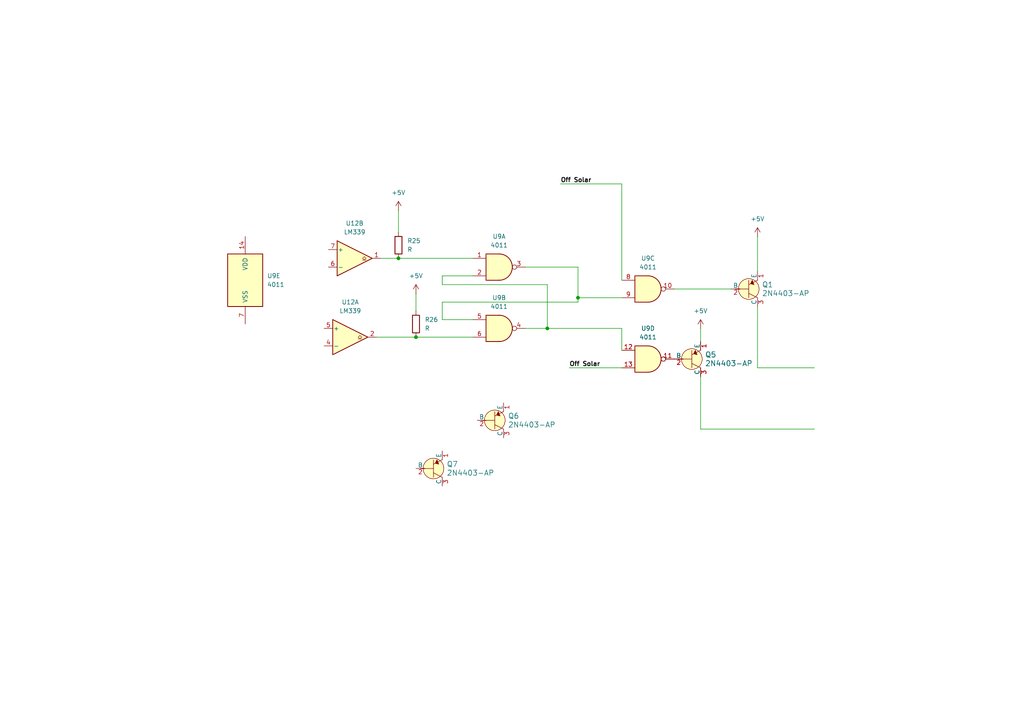
<source format=kicad_sch>
(kicad_sch (version 20231120) (generator "eeschema") (generator_version "8.0")
  (paper "A4")
  (lib_symbols
    (symbol "4xxx:4011" (pin_names (offset 1.016))
      (property "Reference" "U" (at 0 1.27 0))
      (property "Value" "4011" (at 0 -1.27 0))
      (symbol "4011_1_1"
        (arc (start 0 -3.81) (mid 3.7934 0) (end 0 3.81) (stroke (width 0.254)) (fill (type background)))
        (polyline (pts (xy 0 3.81) (xy -3.81 3.81) (xy -3.81 -3.81) (xy 0 -3.81)) (stroke (width 0.254)) (fill (type background)))
        (pin input line (at -7.62 2.54 0) (length 3.81) (name "~") (number "1"))
        (pin input line (at -7.62 -2.54 0) (length 3.81) (name "~") (number "2"))
        (pin output inverted (at 7.62 0 180) (length 3.81) (name "~") (number "3"))
      )
      (symbol "4011_1_2"
        (arc (start -3.81 -3.81) (mid -2.589 0) (end -3.81 3.81) (stroke (width 0.254)))
        (arc (start -0.6096 -3.81) (mid 2.1842 -2.5851) (end 3.81 0) (stroke (width 0.254)) (fill (type background)))
        (polyline (pts (xy -3.81 -3.81) (xy -0.635 -3.81)) (stroke (width 0.254)) (fill (type background)))
        (polyline (pts (xy -3.81 3.81) (xy -0.635 3.81)) (stroke (width 0.254)) (fill (type background)))
        (polyline (pts (xy -0.635 3.81) (xy -3.81 3.81) (xy -3.81 3.81) (xy -3.556 3.4036) (xy -3.0226 2.2606) (xy -2.6924 1.0414) (xy -2.6162 -0.254) (xy -2.7686 -1.4986) (xy -3.175 -2.7178) (xy -3.81 -3.81) (xy -3.81 -3.81) (xy -0.635 -3.81)) (stroke (width -25.4)) (fill (type background)))
        (arc (start 3.81 0) (mid 2.1915 2.5936) (end -0.6096 3.81) (stroke (width 0.254)) (fill (type background)))
        (pin input inverted (at -7.62 2.54 0) (length 4.318) (name "~") (number "1"))
        (pin input inverted (at -7.62 -2.54 0) (length 4.318) (name "~") (number "2"))
        (pin output line (at 7.62 0 180) (length 3.81) (name "~") (number "3"))
      )
      (symbol "4011_2_1"
        (arc (start 0 -3.81) (mid 3.7934 0) (end 0 3.81) (stroke (width 0.254)) (fill (type background)))
        (polyline (pts (xy 0 3.81) (xy -3.81 3.81) (xy -3.81 -3.81) (xy 0 -3.81)) (stroke (width 0.254)) (fill (type background)))
        (pin output inverted (at 7.62 0 180) (length 3.81) (name "~") (number "4"))
        (pin input line (at -7.62 2.54 0) (length 3.81) (name "~") (number "5"))
        (pin input line (at -7.62 -2.54 0) (length 3.81) (name "~") (number "6"))
      )
      (symbol "4011_2_2"
        (arc (start -3.81 -3.81) (mid -2.589 0) (end -3.81 3.81) (stroke (width 0.254)))
        (arc (start -0.6096 -3.81) (mid 2.1842 -2.5851) (end 3.81 0) (stroke (width 0.254)) (fill (type background)))
        (polyline (pts (xy -3.81 -3.81) (xy -0.635 -3.81)) (stroke (width 0.254)) (fill (type background)))
        (polyline (pts (xy -3.81 3.81) (xy -0.635 3.81)) (stroke (width 0.254)) (fill (type background)))
        (polyline (pts (xy -0.635 3.81) (xy -3.81 3.81) (xy -3.81 3.81) (xy -3.556 3.4036) (xy -3.0226 2.2606) (xy -2.6924 1.0414) (xy -2.6162 -0.254) (xy -2.7686 -1.4986) (xy -3.175 -2.7178) (xy -3.81 -3.81) (xy -3.81 -3.81) (xy -0.635 -3.81)) (stroke (width -25.4)) (fill (type background)))
        (arc (start 3.81 0) (mid 2.1915 2.5936) (end -0.6096 3.81) (stroke (width 0.254)) (fill (type background)))
        (pin output line (at 7.62 0 180) (length 3.81) (name "~") (number "4"))
        (pin input inverted (at -7.62 2.54 0) (length 4.318) (name "~") (number "5"))
        (pin input inverted (at -7.62 -2.54 0) (length 4.318) (name "~") (number "6"))
      )
      (symbol "4011_3_1"
        (arc (start 0 -3.81) (mid 3.7934 0) (end 0 3.81) (stroke (width 0.254)) (fill (type background)))
        (polyline (pts (xy 0 3.81) (xy -3.81 3.81) (xy -3.81 -3.81) (xy 0 -3.81)) (stroke (width 0.254)) (fill (type background)))
        (pin output inverted (at 7.62 0 180) (length 3.81) (name "~") (number "10"))
        (pin input line (at -7.62 2.54 0) (length 3.81) (name "~") (number "8"))
        (pin input line (at -7.62 -2.54 0) (length 3.81) (name "~") (number "9"))
      )
      (symbol "4011_3_2"
        (arc (start -3.81 -3.81) (mid -2.589 0) (end -3.81 3.81) (stroke (width 0.254)))
        (arc (start -0.6096 -3.81) (mid 2.1842 -2.5851) (end 3.81 0) (stroke (width 0.254)) (fill (type background)))
        (polyline (pts (xy -3.81 -3.81) (xy -0.635 -3.81)) (stroke (width 0.254)) (fill (type background)))
        (polyline (pts (xy -3.81 3.81) (xy -0.635 3.81)) (stroke (width 0.254)) (fill (type background)))
        (polyline (pts (xy -0.635 3.81) (xy -3.81 3.81) (xy -3.81 3.81) (xy -3.556 3.4036) (xy -3.0226 2.2606) (xy -2.6924 1.0414) (xy -2.6162 -0.254) (xy -2.7686 -1.4986) (xy -3.175 -2.7178) (xy -3.81 -3.81) (xy -3.81 -3.81) (xy -0.635 -3.81)) (stroke (width -25.4)) (fill (type background)))
        (arc (start 3.81 0) (mid 2.1915 2.5936) (end -0.6096 3.81) (stroke (width 0.254)) (fill (type background)))
        (pin output line (at 7.62 0 180) (length 3.81) (name "~") (number "10"))
        (pin input inverted (at -7.62 2.54 0) (length 4.318) (name "~") (number "8"))
        (pin input inverted (at -7.62 -2.54 0) (length 4.318) (name "~") (number "9"))
      )
      (symbol "4011_4_1"
        (arc (start 0 -3.81) (mid 3.7934 0) (end 0 3.81) (stroke (width 0.254)) (fill (type background)))
        (polyline (pts (xy 0 3.81) (xy -3.81 3.81) (xy -3.81 -3.81) (xy 0 -3.81)) (stroke (width 0.254)) (fill (type background)))
        (pin output inverted (at 7.62 0 180) (length 3.81) (name "~") (number "11"))
        (pin input line (at -7.62 2.54 0) (length 3.81) (name "~") (number "12"))
        (pin input line (at -7.62 -2.54 0) (length 3.81) (name "~") (number "13"))
      )
      (symbol "4011_4_2"
        (arc (start -3.81 -3.81) (mid -2.589 0) (end -3.81 3.81) (stroke (width 0.254)))
        (arc (start -0.6096 -3.81) (mid 2.1842 -2.5851) (end 3.81 0) (stroke (width 0.254)) (fill (type background)))
        (polyline (pts (xy -3.81 -3.81) (xy -0.635 -3.81)) (stroke (width 0.254)) (fill (type background)))
        (polyline (pts (xy -3.81 3.81) (xy -0.635 3.81)) (stroke (width 0.254)) (fill (type background)))
        (polyline (pts (xy -0.635 3.81) (xy -3.81 3.81) (xy -3.81 3.81) (xy -3.556 3.4036) (xy -3.0226 2.2606) (xy -2.6924 1.0414) (xy -2.6162 -0.254) (xy -2.7686 -1.4986) (xy -3.175 -2.7178) (xy -3.81 -3.81) (xy -3.81 -3.81) (xy -0.635 -3.81)) (stroke (width -25.4)) (fill (type background)))
        (arc (start 3.81 0) (mid 2.1915 2.5936) (end -0.6096 3.81) (stroke (width 0.254)) (fill (type background)))
        (pin output line (at 7.62 0 180) (length 3.81) (name "~") (number "11"))
        (pin input inverted (at -7.62 2.54 0) (length 4.318) (name "~") (number "12"))
        (pin input inverted (at -7.62 -2.54 0) (length 4.318) (name "~") (number "13"))
      )
      (symbol "4011_5_0"
        (pin power_in line (at 0 12.7 270) (length 5.08) (name "VDD") (number "14"))
        (pin power_in line (at 0 -12.7 90) (length 5.08) (name "VSS") (number "7"))
      )
      (symbol "4011_5_1"
        (rectangle (start -5.08 7.62) (end 5.08 -7.62) (stroke (width 0.254)) (fill (type background)))
      )
    )
    (symbol "Comparator:LM339" (pin_names (offset 0.127))
      (property "Reference" "U" (at 0 5.08 0))
      (property "Value" "LM339" (at 0 -5.08 0))
      (symbol "LM339_1_1"
        (polyline (pts (xy -5.08 5.08) (xy 5.08 0) (xy -5.08 -5.08) (xy -5.08 5.08)) (stroke (width 0.254)) (fill (type background)))
        (polyline (pts (xy 3.302 -0.508) (xy 2.794 -0.508) (xy 3.302 0) (xy 2.794 0.508) (xy 2.286 0) (xy 2.794 -0.508) (xy 2.286 -0.508)) (stroke (width 0.127)))
        (pin open_collector line (at 7.62 0 180) (length 2.54) (name "~") (number "2"))
        (pin input line (at -7.62 -2.54 0) (length 2.54) (name "-") (number "4"))
        (pin input line (at -7.62 2.54 0) (length 2.54) (name "+") (number "5"))
      )
      (symbol "LM339_2_1"
        (polyline (pts (xy -5.08 5.08) (xy 5.08 0) (xy -5.08 -5.08) (xy -5.08 5.08)) (stroke (width 0.254)) (fill (type background)))
        (polyline (pts (xy 3.302 -0.508) (xy 2.794 -0.508) (xy 3.302 0) (xy 2.794 0.508) (xy 2.286 0) (xy 2.794 -0.508) (xy 2.286 -0.508)) (stroke (width 0.127)))
        (pin open_collector line (at 7.62 0 180) (length 2.54) (name "~") (number "1"))
        (pin input line (at -7.62 -2.54 0) (length 2.54) (name "-") (number "6"))
        (pin input line (at -7.62 2.54 0) (length 2.54) (name "+") (number "7"))
      )
      (symbol "LM339_3_1"
        (polyline (pts (xy -5.08 5.08) (xy 5.08 0) (xy -5.08 -5.08) (xy -5.08 5.08)) (stroke (width 0.254)) (fill (type background)))
        (polyline (pts (xy 3.302 -0.508) (xy 2.794 -0.508) (xy 3.302 0) (xy 2.794 0.508) (xy 2.286 0) (xy 2.794 -0.508) (xy 2.286 -0.508)) (stroke (width 0.127)))
        (pin input line (at -7.62 -2.54 0) (length 2.54) (name "-") (number "10"))
        (pin input line (at -7.62 2.54 0) (length 2.54) (name "+") (number "11"))
        (pin open_collector line (at 7.62 0 180) (length 2.54) (name "~") (number "13"))
      )
      (symbol "LM339_4_1"
        (polyline (pts (xy -5.08 5.08) (xy 5.08 0) (xy -5.08 -5.08) (xy -5.08 5.08)) (stroke (width 0.254)) (fill (type background)))
        (polyline (pts (xy 3.302 -0.508) (xy 2.794 -0.508) (xy 3.302 0) (xy 2.794 0.508) (xy 2.286 0) (xy 2.794 -0.508) (xy 2.286 -0.508)) (stroke (width 0.127)))
        (pin open_collector line (at 7.62 0 180) (length 2.54) (name "~") (number "14"))
        (pin input line (at -7.62 -2.54 0) (length 2.54) (name "-") (number "8"))
        (pin input line (at -7.62 2.54 0) (length 2.54) (name "+") (number "9"))
      )
      (symbol "LM339_5_1"
        (pin power_in line (at -2.54 -7.62 90) (length 3.81) (name "V-") (number "12"))
        (pin power_in line (at -2.54 7.62 270) (length 3.81) (name "V+") (number "3"))
      )
    )
    (symbol "Device:R" (pin_numbers hide) (pin_names (offset 0))
      (property "Reference" "R" (at 2.032 0 90))
      (property "Value" "R" (at 0 0 90))
      (symbol "R_0_1"
        (rectangle (start -1.016 -2.54) (end 1.016 2.54) (stroke (width 0.254)))
      )
      (symbol "R_1_1"
        (pin passive line (at 0 3.81 270) (length 1.27) (name "~") (number "1"))
        (pin passive line (at 0 -3.81 90) (length 1.27) (name "~") (number "2"))
      )
    )
    (symbol "dk_Transistors-Bipolar-BJT-Single:2N4403-AP" (pin_names (offset 0))
      (property "Reference" "Q" (at -2.3876 3.9116 0))
      (property "Value" "2N4403-AP" (at 5.08 0 90))
      (symbol "2N4403-AP_0_1"
        (polyline (pts (xy -3.81 0) (xy -2.54 0)))
        (polyline (pts (xy -3.556 0) (xy 0 0)))
        (polyline (pts (xy 0 -1.27) (xy 2.54 -2.54)))
        (polyline (pts (xy 0 1.27) (xy 2.54 2.54)))
        (polyline (pts (xy 0 2.54) (xy 0 -2.54)))
        (polyline (pts (xy 1.016 2.54) (xy 0.508 1.524) (xy 1.524 1.27) (xy 1.016 2.54)) (fill (type outline)))
        (circle (center 0 0) (radius 2.9972) (fill (type background)))
      )
      (symbol "2N4403-AP_1_1"
        (pin passive line (at 2.54 5.08 270) (length 2.54) (name "E") (number "1"))
        (pin input line (at -5.08 0 0) (length 2.54) (name "B") (number "2"))
        (pin passive line (at 2.54 -5.08 90) (length 2.54) (name "C") (number "3"))
      )
    )
    (symbol "power:+5V" (power) (pin_numbers hide) (pin_names (offset 0) hide)
      (property "Value" "+5V" (at 0 3.556 0))
      (symbol "+5V_0_1"
        (polyline (pts (xy -0.762 1.27) (xy 0 2.54)))
        (polyline (pts (xy 0 0) (xy 0 2.54)))
        (polyline (pts (xy 0 2.54) (xy 0.762 1.27)))
      )
      (symbol "+5V_1_1"
        (pin power_in line (at 0 0 90) (length 0) (name "~") (number "1"))
      )
    )
  )
  (junction (at 115.57 74.93))
  (junction (at 167.64 86.36))
  (junction (at 120.65 97.79))
  (junction (at 158.75 95.25))
  (wire (pts (xy 165.1 106.68) (xy 180.34 106.68)))
  (wire (pts (xy 158.75 95.25) (xy 180.34 95.25)))
  (wire (pts (xy 137.16 80.01) (xy 128.27 80.01)))
  (wire (pts (xy 203.2 124.46) (xy 236.22 124.46)))
  (wire (pts (xy 128.27 80.01) (xy 128.27 82.55)))
  (wire (pts (xy 167.64 77.47) (xy 152.4 77.47)))
  (wire (pts (xy 128.27 87.63) (xy 167.64 87.63)))
  (wire (pts (xy 109.22 97.79) (xy 120.65 97.79)))
  (wire (pts (xy 158.75 95.25) (xy 152.4 95.25)))
  (wire (pts (xy 158.75 82.55) (xy 158.75 95.25)))
  (wire (pts (xy 203.2 95.25) (xy 203.2 99.06)))
  (wire (pts (xy 128.27 82.55) (xy 158.75 82.55)))
  (wire (pts (xy 203.2 109.22) (xy 203.2 124.46)))
  (wire (pts (xy 115.57 60.96) (xy 115.57 67.31)))
  (wire (pts (xy 137.16 92.71) (xy 128.27 92.71)))
  (wire (pts (xy 219.71 106.68) (xy 236.22 106.68)))
  (wire (pts (xy 180.34 81.28) (xy 180.34 53.34)))
  (wire (pts (xy 180.34 95.25) (xy 180.34 101.6)))
  (wire (pts (xy 219.71 88.9) (xy 219.71 106.68)))
  (wire (pts (xy 110.49 74.93) (xy 115.57 74.93)))
  (wire (pts (xy 120.65 97.79) (xy 137.16 97.79)))
  (wire (pts (xy 195.58 83.82) (xy 212.09 83.82)))
  (wire (pts (xy 128.27 92.71) (xy 128.27 87.63)))
  (wire (pts (xy 180.34 86.36) (xy 167.64 86.36)))
  (wire (pts (xy 219.71 68.58) (xy 219.71 78.74)))
  (wire (pts (xy 115.57 74.93) (xy 137.16 74.93)))
  (wire (pts (xy 120.65 85.09) (xy 120.65 90.17)))
  (wire (pts (xy 167.64 86.36) (xy 167.64 87.63)))
  (wire (pts (xy 167.64 77.47) (xy 167.64 86.36)))
  (wire (pts (xy 162.56 53.34) (xy 180.34 53.34)))
  (label "Off Solar" (at 165.1 106.68 0) (effects (font (bold yes))))
  (label "Off Solar" (at 162.56 53.34 0) (effects (font (bold yes))))
  (symbol (lib_id "4xxx:4011") (at 144.78 95.25 0) (unit 2)
    (property "Reference" "U9" (at 144.7717 86.36 0))
    (property "Value" "4011" (at 144.7717 88.9 0))
    (property "Datasheet" "http://www.intersil.com/content/dam/Intersil/documents/cd40/cd4011bms-12bms-23bms.pdf" (effects (hide yes)))
    (property "Description" "Quad Nand 2 inputs" (effects (hide yes)))
  )
  (symbol (lib_id "4xxx:4011") (at 144.78 77.47 0) (unit 1)
    (property "Reference" "U9" (at 144.7717 68.58 0))
    (property "Value" "4011" (at 144.7717 71.12 0))
    (property "Datasheet" "http://www.intersil.com/content/dam/Intersil/documents/cd40/cd4011bms-12bms-23bms.pdf" (effects (hide yes)))
    (property "Description" "Quad Nand 2 inputs" (effects (hide yes)))
  )
  (symbol (lib_id "dk_Transistors-Bipolar-BJT-Single:2N4403-AP") (at 200.66 104.14 0) (unit 1)
    (property "Reference" "Q5" (at 204.47 102.8699 0) (effects (font (size 1.524 1.524)) (justify left)))
    (property "Value" "2N4403-AP" (at 204.47 105.4099 0) (effects (font (size 1.524 1.524)) (justify left)))
    (property "Footprint" "digikey-footprints:TO-92-3_Formed_Leads" (effects (hide yes)))
    (property "Datasheet" "https://www.mccsemi.com/pdf/Products/2N4403(TO-92).pdf" (effects (hide yes)))
    (property "Description" "TRANS PNP 40V TO92" (effects (hide yes)))
    (property "MPN" "2N4403-AP" (effects (hide yes)))
    (property "Category" "Discrete Semiconductor Products" (effects (hide yes)))
    (property "Family" "Transistors - Bipolar (BJT) - Single" (effects (hide yes)))
    (property "DK_Datasheet_Link" "https://www.mccsemi.com/pdf/Products/2N4403(TO-92).pdf" (effects (hide yes)))
    (property "DK_Detail_Page" "/product-detail/en/micro-commercial-co/2N4403-AP/2N4403-APCT-ND/950594" (effects (hide yes)))
    (property "Description_1" "TRANS PNP 40V TO92" (effects (hide yes)))
    (property "Manufacturer" "Micro Commercial Co" (effects (hide yes)))
    (property "Status" "Active" (effects (hide yes)))
  )
  (symbol (lib_id "dk_Transistors-Bipolar-BJT-Single:2N4403-AP") (at 217.17 83.82 0) (unit 1)
    (property "Reference" "Q1" (at 220.98 82.5499 0) (effects (font (size 1.524 1.524)) (justify left)))
    (property "Value" "2N4403-AP" (at 220.98 85.0899 0) (effects (font (size 1.524 1.524)) (justify left)))
    (property "Footprint" "digikey-footprints:TO-92-3_Formed_Leads" (effects (hide yes)))
    (property "Datasheet" "https://www.mccsemi.com/pdf/Products/2N4403(TO-92).pdf" (effects (hide yes)))
    (property "Description" "TRANS PNP 40V TO92" (effects (hide yes)))
    (property "MPN" "2N4403-AP" (effects (hide yes)))
    (property "Category" "Discrete Semiconductor Products" (effects (hide yes)))
    (property "Family" "Transistors - Bipolar (BJT) - Single" (effects (hide yes)))
    (property "DK_Datasheet_Link" "https://www.mccsemi.com/pdf/Products/2N4403(TO-92).pdf" (effects (hide yes)))
    (property "DK_Detail_Page" "/product-detail/en/micro-commercial-co/2N4403-AP/2N4403-APCT-ND/950594" (effects (hide yes)))
    (property "Description_1" "TRANS PNP 40V TO92" (effects (hide yes)))
    (property "Manufacturer" "Micro Commercial Co" (effects (hide yes)))
    (property "Status" "Active" (effects (hide yes)))
  )
  (symbol (lib_id "4xxx:4011") (at 187.96 104.14 0) (unit 4)
    (property "Reference" "U9" (at 187.9517 95.25 0))
    (property "Value" "4011" (at 187.9517 97.79 0))
    (property "Datasheet" "http://www.intersil.com/content/dam/Intersil/documents/cd40/cd4011bms-12bms-23bms.pdf" (effects (hide yes)))
    (property "Description" "Quad Nand 2 inputs" (effects (hide yes)))
  )
  (symbol (lib_id "Device:R") (at 115.57 71.12 0) (unit 1)
    (property "Reference" "R25" (at 118.11 69.8499 0) (effects (justify left)))
    (property "Value" "R" (at 118.11 72.3899 0) (effects (justify left)))
    (property "Description" "Resistor" (effects (hide yes)))
  )
  (symbol (lib_id "Comparator:LM339") (at 101.6 97.79 0) (unit 1)
    (property "Reference" "U12" (at 101.6 87.63 0))
    (property "Value" "LM339" (at 101.6 90.17 0))
    (property "Datasheet" "https://www.st.com/resource/en/datasheet/lm139.pdf" (effects (hide yes)))
    (property "Description" "Quad Differential Comparators, SOIC-14/TSSOP-14" (effects (hide yes)))
  )
  (symbol (lib_id "dk_Transistors-Bipolar-BJT-Single:2N4403-AP") (at 143.51 121.92 0) (unit 1)
    (property "Reference" "Q6" (at 147.32 120.6499 0) (effects (font (size 1.524 1.524)) (justify left)))
    (property "Value" "2N4403-AP" (at 147.32 123.1899 0) (effects (font (size 1.524 1.524)) (justify left)))
    (property "Footprint" "digikey-footprints:TO-92-3_Formed_Leads" (effects (hide yes)))
    (property "Datasheet" "https://www.mccsemi.com/pdf/Products/2N4403(TO-92).pdf" (effects (hide yes)))
    (property "Description" "TRANS PNP 40V TO92" (effects (hide yes)))
    (property "MPN" "2N4403-AP" (effects (hide yes)))
    (property "Category" "Discrete Semiconductor Products" (effects (hide yes)))
    (property "Family" "Transistors - Bipolar (BJT) - Single" (effects (hide yes)))
    (property "DK_Datasheet_Link" "https://www.mccsemi.com/pdf/Products/2N4403(TO-92).pdf" (effects (hide yes)))
    (property "DK_Detail_Page" "/product-detail/en/micro-commercial-co/2N4403-AP/2N4403-APCT-ND/950594" (effects (hide yes)))
    (property "Description_1" "TRANS PNP 40V TO92" (effects (hide yes)))
    (property "Manufacturer" "Micro Commercial Co" (effects (hide yes)))
    (property "Status" "Active" (effects (hide yes)))
  )
  (symbol (lib_id "4xxx:4011") (at 187.96 83.82 0) (unit 3)
    (property "Reference" "U9" (at 187.9517 74.93 0))
    (property "Value" "4011" (at 187.9517 77.47 0))
    (property "Datasheet" "http://www.intersil.com/content/dam/Intersil/documents/cd40/cd4011bms-12bms-23bms.pdf" (effects (hide yes)))
    (property "Description" "Quad Nand 2 inputs" (effects (hide yes)))
  )
  (symbol (lib_id "Comparator:LM339") (at 102.87 74.93 0) (unit 2)
    (property "Reference" "U12" (at 102.87 64.77 0))
    (property "Value" "LM339" (at 102.87 67.31 0))
    (property "Datasheet" "https://www.st.com/resource/en/datasheet/lm139.pdf" (effects (hide yes)))
    (property "Description" "Quad Differential Comparators, SOIC-14/TSSOP-14" (effects (hide yes)))
  )
  (symbol (lib_id "power:+5V") (at 203.2 95.25 0) (unit 1)
    (property "Reference" "#PWR027" (effects (hide yes)))
    (property "Value" "+5V" (at 203.2 90.17 0))
    (property "Description" "Power symbol creates a global label with name \"+5V\"" (effects (hide yes)))
  )
  (symbol (lib_id "power:+5V") (at 115.57 60.96 0) (unit 1)
    (property "Reference" "#PWR031" (effects (hide yes)))
    (property "Value" "+5V" (at 115.57 55.88 0))
    (property "Description" "Power symbol creates a global label with name \"+5V\"" (effects (hide yes)))
  )
  (symbol (lib_id "Device:R") (at 120.65 93.98 0) (unit 1)
    (property "Reference" "R26" (at 123.19 92.7099 0) (effects (justify left)))
    (property "Value" "R" (at 123.19 95.2499 0) (effects (justify left)))
    (property "Description" "Resistor" (effects (hide yes)))
  )
  (symbol (lib_id "dk_Transistors-Bipolar-BJT-Single:2N4403-AP") (at 125.73 135.89 0) (unit 1)
    (property "Reference" "Q7" (at 129.54 134.6199 0) (effects (font (size 1.524 1.524)) (justify left)))
    (property "Value" "2N4403-AP" (at 129.54 137.1599 0) (effects (font (size 1.524 1.524)) (justify left)))
    (property "Footprint" "digikey-footprints:TO-92-3_Formed_Leads" (effects (hide yes)))
    (property "Datasheet" "https://www.mccsemi.com/pdf/Products/2N4403(TO-92).pdf" (effects (hide yes)))
    (property "Description" "TRANS PNP 40V TO92" (effects (hide yes)))
    (property "MPN" "2N4403-AP" (effects (hide yes)))
    (property "Category" "Discrete Semiconductor Products" (effects (hide yes)))
    (property "Family" "Transistors - Bipolar (BJT) - Single" (effects (hide yes)))
    (property "DK_Datasheet_Link" "https://www.mccsemi.com/pdf/Products/2N4403(TO-92).pdf" (effects (hide yes)))
    (property "DK_Detail_Page" "/product-detail/en/micro-commercial-co/2N4403-AP/2N4403-APCT-ND/950594" (effects (hide yes)))
    (property "Description_1" "TRANS PNP 40V TO92" (effects (hide yes)))
    (property "Manufacturer" "Micro Commercial Co" (effects (hide yes)))
    (property "Status" "Active" (effects (hide yes)))
  )
  (symbol (lib_id "power:+5V") (at 120.65 85.09 0) (unit 1)
    (property "Reference" "#PWR032" (effects (hide yes)))
    (property "Value" "+5V" (at 120.65 80.01 0))
    (property "Description" "Power symbol creates a global label with name \"+5V\"" (effects (hide yes)))
  )
  (symbol (lib_id "power:+5V") (at 219.71 68.58 0) (unit 1)
    (property "Reference" "#PWR018" (effects (hide yes)))
    (property "Value" "+5V" (at 219.71 63.5 0))
    (property "Description" "Power symbol creates a global label with name \"+5V\"" (effects (hide yes)))
  )
  (symbol (lib_id "4xxx:4011") (at 71.12 81.28 0) (unit 5)
    (property "Reference" "U9" (at 77.47 80.0099 0) (effects (justify left)))
    (property "Value" "4011" (at 77.47 82.5499 0) (effects (justify left)))
    (property "Datasheet" "http://www.intersil.com/content/dam/Intersil/documents/cd40/cd4011bms-12bms-23bms.pdf" (effects (hide yes)))
    (property "Description" "Quad Nand 2 inputs" (effects (hide yes)))
  )
)
</source>
